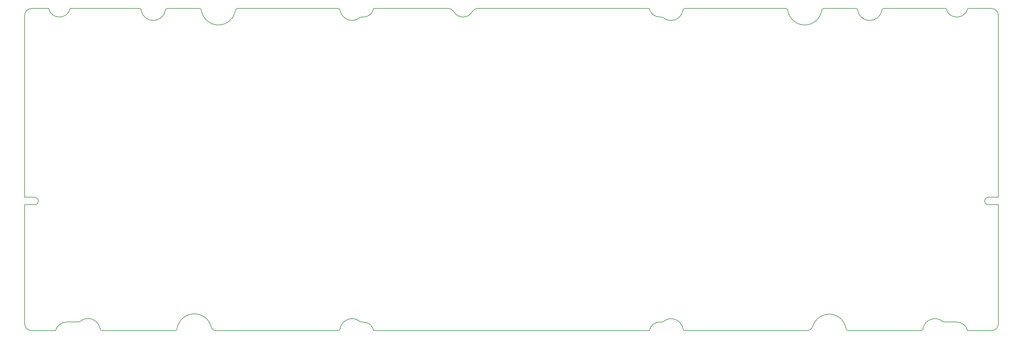
<source format=gbr>
%TF.GenerationSoftware,KiCad,Pcbnew,(7.0.0)*%
%TF.CreationDate,2023-04-10T11:34:14+02:00*%
%TF.ProjectId,qazimodo,71617a69-6d6f-4646-9f2e-6b696361645f,rev?*%
%TF.SameCoordinates,Original*%
%TF.FileFunction,Profile,NP*%
%FSLAX46Y46*%
G04 Gerber Fmt 4.6, Leading zero omitted, Abs format (unit mm)*
G04 Created by KiCad (PCBNEW (7.0.0)) date 2023-04-10 11:34:14*
%MOMM*%
%LPD*%
G01*
G04 APERTURE LIST*
%TA.AperFunction,Profile*%
%ADD10C,0.200000*%
%TD*%
G04 APERTURE END LIST*
D10*
%TO.C,*%
X46563758Y-48172257D02*
X46563758Y-101372246D01*
X46563758Y-101372246D02*
X49456755Y-101372246D01*
X46563758Y-103572250D02*
X46563274Y-138371748D01*
X48563274Y-46171748D02*
X53563274Y-46171748D01*
X48563758Y-140372250D02*
X55563274Y-140371748D01*
X49456755Y-103572250D02*
X46563758Y-103572250D01*
X58713274Y-137872850D02*
X62288271Y-137872850D01*
X69185755Y-140372250D02*
X90529753Y-140372250D01*
X80093756Y-46172257D02*
X59863274Y-46171748D01*
X97658759Y-46172257D02*
X88235755Y-46172257D01*
X138217757Y-46172257D02*
X108718756Y-46172257D01*
X138217757Y-140372250D02*
X102517318Y-140372257D01*
X145243284Y-137872850D02*
X145513273Y-137872850D01*
X148604750Y-140372250D02*
X229222762Y-140372250D01*
X170598106Y-46172257D02*
X148604750Y-46172257D01*
X229163274Y-46171748D02*
X178844318Y-46172257D01*
X232848250Y-137897479D02*
X232326763Y-137872836D01*
X239609755Y-140372250D02*
X275246107Y-140372257D01*
X269108763Y-46172257D02*
X239609755Y-46172257D01*
X287297759Y-140372250D02*
X308641753Y-140372250D01*
X289591765Y-46172257D02*
X280168761Y-46172257D01*
X315718414Y-137878246D02*
X319113275Y-137872836D01*
X315963063Y-46171800D02*
X297733763Y-46172257D01*
X322263274Y-140371748D02*
X329263762Y-140372250D01*
X328370757Y-101372246D02*
X331263762Y-101372246D01*
X329263762Y-46172257D02*
X322304747Y-46172257D01*
X331263762Y-101372246D02*
X331263762Y-48172257D01*
X331263762Y-103572250D02*
X328370757Y-103572250D01*
X331263762Y-138372250D02*
X331263762Y-103572250D01*
X48563274Y-46171748D02*
G75*
G03*
X46563758Y-48172257I1737J-2001252D01*
G01*
X46563274Y-138371748D02*
G75*
G03*
X48563758Y-140372250I2000524J22D01*
G01*
X49456755Y-103572250D02*
G75*
G03*
X49456755Y-101372246I1J1100002D01*
G01*
X58713274Y-137872850D02*
G75*
G03*
X55563274Y-140371748I160675J-3437364D01*
G01*
X53563274Y-46171748D02*
G75*
G03*
X59863274Y-46171748I3150000J735922D01*
G01*
X62288271Y-137872850D02*
G75*
G03*
X62722273Y-137707250I-908J653891D01*
G01*
X68614755Y-139801251D02*
G75*
G03*
X62722273Y-137707250I-3543721J-634299D01*
G01*
X68614757Y-139801251D02*
G75*
G03*
X69185755Y-140372249I570178J-820D01*
G01*
X80664754Y-46743256D02*
G75*
G03*
X80093756Y-46172258I-570160J838D01*
G01*
X80664756Y-46743256D02*
G75*
G03*
X87664754Y-46743256I3499999J626653D01*
G01*
X88235755Y-46172258D02*
G75*
G03*
X87664756Y-46743256I-837J-570162D01*
G01*
X90529753Y-140372250D02*
G75*
G03*
X91085761Y-139816250I-521J556529D01*
G01*
X101187283Y-139565805D02*
G75*
G03*
X91085761Y-139816250I-5028113J-1038705D01*
G01*
X98229757Y-46743256D02*
G75*
G03*
X97658759Y-46172258I-570160J838D01*
G01*
X101187284Y-139565805D02*
G75*
G03*
X102517318Y-140372257I1330047J693570D01*
G01*
X98229758Y-46743256D02*
G75*
G03*
X108147756Y-46743256I4958999J770511D01*
G01*
X108718756Y-46172258D02*
G75*
G03*
X108147758Y-46743256I-827J-570171D01*
G01*
X138788755Y-46743256D02*
G75*
G03*
X138217757Y-46172258I-570160J838D01*
G01*
X138217757Y-140372249D02*
G75*
G03*
X138788755Y-139801251I824J570174D01*
G01*
X144733763Y-137846249D02*
G75*
G03*
X138788757Y-139801251I-2444801J-2582202D01*
G01*
X138788757Y-46743256D02*
G75*
G03*
X144578453Y-48853168I3528302J683270D01*
G01*
X145488753Y-48670647D02*
G75*
G03*
X144578454Y-48853170I-195972J-1383861D01*
G01*
X144733763Y-137846248D02*
G75*
G03*
X145243284Y-137872849I318670J1210843D01*
G01*
X148604750Y-140372250D02*
G75*
G03*
X145513273Y-137872851I-3066616J-631455D01*
G01*
X145488753Y-48670646D02*
G75*
G03*
X148604750Y-46172257I83078J3088719D01*
G01*
X171928141Y-46978708D02*
G75*
G03*
X170598106Y-46172257I-1330003J-693499D01*
G01*
X171928141Y-46978708D02*
G75*
G03*
X177514283Y-46978709I2793071J1456402D01*
G01*
X178844318Y-46172257D02*
G75*
G03*
X177514283Y-46978709I85J-1500141D01*
G01*
X232326763Y-137872837D02*
G75*
G03*
X229222762Y-140372250I-89080J-3066495D01*
G01*
X229163275Y-46171748D02*
G75*
G03*
X232313273Y-48670595I3118156J695850D01*
G01*
X233210607Y-48837400D02*
G75*
G03*
X232313273Y-48670596I-739131J-1479171D01*
G01*
X232848250Y-137897479D02*
G75*
G03*
X233320226Y-137694480I-36248J734452D01*
G01*
X239038755Y-139801251D02*
G75*
G03*
X233320227Y-137694481I-3476458J-621899D01*
G01*
X233210607Y-48837400D02*
G75*
G03*
X239038756Y-46743256I2311448J2724224D01*
G01*
X239609755Y-46172258D02*
G75*
G03*
X239038757Y-46743256I-807J-570191D01*
G01*
X239038757Y-139801251D02*
G75*
G03*
X239609755Y-140372249I570191J-807D01*
G01*
X269679761Y-46743256D02*
G75*
G03*
X269108763Y-46172258I-570225J773D01*
G01*
X275246107Y-140372256D02*
G75*
G03*
X277044250Y-138977250I79J1856291D01*
G01*
X286741760Y-139816250D02*
G75*
G03*
X277044250Y-138977250I-4951609J-769327D01*
G01*
X269679761Y-46743256D02*
G75*
G03*
X279597747Y-46743256I4958993J770503D01*
G01*
X280168761Y-46172258D02*
G75*
G03*
X279597748Y-46743256I-827J-570186D01*
G01*
X286741759Y-139816250D02*
G75*
G03*
X287297759Y-140372250I556487J487D01*
G01*
X290162748Y-46743256D02*
G75*
G03*
X289591765Y-46172258I-570002J996D01*
G01*
X290162750Y-46743256D02*
G75*
G03*
X297162748Y-46743256I3499999J626653D01*
G01*
X297733763Y-46172258D02*
G75*
G03*
X297162750Y-46743256I-817J-570196D01*
G01*
X308641753Y-140372249D02*
G75*
G03*
X309212766Y-139801251I825J570188D01*
G01*
X315085752Y-137779248D02*
G75*
G03*
X309212768Y-139801251I-2372252J-2649857D01*
G01*
X315085753Y-137779246D02*
G75*
G03*
X315718414Y-137878245I454552J833814D01*
G01*
X322263273Y-140371748D02*
G75*
G03*
X319113275Y-137872837I-3191735J-788518D01*
G01*
X315963063Y-46171800D02*
G75*
G03*
X322304747Y-46172257I3170895J740873D01*
G01*
X328370757Y-101372246D02*
G75*
G03*
X328370757Y-103572250I-2J-1100002D01*
G01*
X331263762Y-48172257D02*
G75*
G03*
X329263762Y-46172257I-2000726J-726D01*
G01*
X329263762Y-140372250D02*
G75*
G03*
X331263762Y-138372250I-692J2000692D01*
G01*
%TD*%
M02*

</source>
